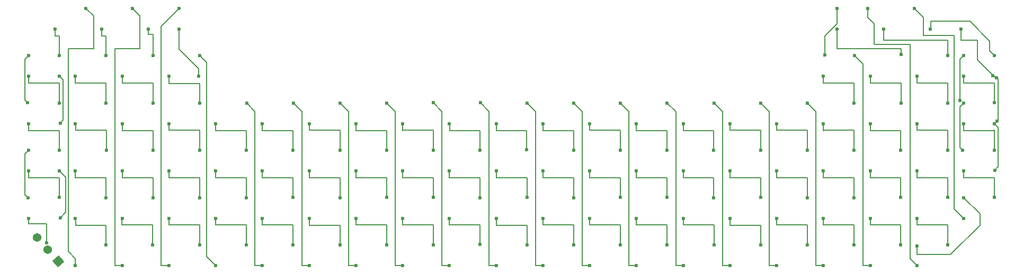
<source format=gbr>
%TF.GenerationSoftware,KiCad,Pcbnew,8.0.3*%
%TF.CreationDate,2024-06-18T13:15:14+02:00*%
%TF.ProjectId,bd1-board,6264312d-626f-4617-9264-2e6b69636164,rev?*%
%TF.SameCoordinates,Original*%
%TF.FileFunction,Copper,L2,Bot*%
%TF.FilePolarity,Positive*%
%FSLAX46Y46*%
G04 Gerber Fmt 4.6, Leading zero omitted, Abs format (unit mm)*
G04 Created by KiCad (PCBNEW 8.0.3) date 2024-06-18 13:15:14*
%MOMM*%
%LPD*%
G01*
G04 APERTURE LIST*
G04 Aperture macros list*
%AMRotRect*
0 Rectangle, with rotation*
0 The origin of the aperture is its center*
0 $1 length*
0 $2 width*
0 $3 Rotation angle, in degrees counterclockwise*
0 Add horizontal line*
21,1,$1,$2,0,0,$3*%
G04 Aperture macros list end*
%TA.AperFunction,ComponentPad*%
%ADD10RotRect,1.370000X1.370000X131.000000*%
%TD*%
%TA.AperFunction,ComponentPad*%
%ADD11C,1.370000*%
%TD*%
%TA.AperFunction,ViaPad*%
%ADD12C,0.600000*%
%TD*%
%TA.AperFunction,Conductor*%
%ADD13C,0.200000*%
%TD*%
G04 APERTURE END LIST*
D10*
%TO.P,J1,01,GND*%
%TO.N,GND*%
X-98742611Y2596039D03*
D11*
%TO.P,J1,02,DIN*%
%TO.N,DIN*%
X-100409000Y4513000D03*
%TO.P,J1,03,VDD*%
%TO.N,VDD*%
X-102075389Y6429961D03*
%TD*%
D12*
%TO.N,DIN*%
X-100564776Y5561492D03*
X-103422000Y9508000D03*
%TO.N,VDD*%
X50946000Y17203000D03*
X-98402000Y24705000D03*
X-79380000Y39802000D03*
X51287000Y25086000D03*
X50683000Y32355000D03*
X51284478Y31996911D03*
X45597000Y39802000D03*
X-98522000Y17078000D03*
X-76249000Y32258000D03*
X-98522000Y32227000D03*
X-98377000Y9581000D03*
X50898000Y24654000D03*
%TO.N,GND*%
X45998000Y35527000D03*
X25755000Y43102000D03*
X45402463Y28321885D03*
X-103422000Y20378000D03*
X38505000Y5074000D03*
X23797000Y35613000D03*
X-103535000Y12804000D03*
X45807000Y20410000D03*
X-103617000Y28027000D03*
X-103422000Y35527000D03*
X45998000Y12808000D03*
X45998000Y27954000D03*
%TO.N,Net-(D1-DOUT)*%
X-98528000Y12827000D03*
X-103422000Y17078000D03*
%TO.N,Net-(D2-DOUT)*%
X-98527000Y20406000D03*
X-103422000Y24654000D03*
%TO.N,Net-(D3-DOUT)*%
X-98522000Y27964000D03*
X-103422000Y32227000D03*
%TO.N,Net-(D4-DOUT)*%
X-99220000Y39802000D03*
X-98531000Y35532000D03*
%TO.N,Net-(D5-DOUT)*%
X-94306000Y43102000D03*
X-95951000Y1926000D03*
%TO.N,Net-(D6-DOUT)*%
X-91048000Y5249000D03*
X-95951000Y9508000D03*
%TO.N,Net-(D7-DOUT)*%
X-91069000Y12814000D03*
X-95951000Y17078000D03*
%TO.N,Net-(D8-DOUT)*%
X-95951000Y24654000D03*
X-91020000Y20386000D03*
%TO.N,Net-(D10-DIN)*%
X-91085000Y27955000D03*
X-95951000Y32227000D03*
%TO.N,Net-(D10-DOUT)*%
X-91749000Y39802000D03*
X-91045000Y35519000D03*
%TO.N,Net-(D11-DOUT)*%
X-86820000Y43092000D03*
X-88480000Y1926000D03*
%TO.N,Net-(D12-DOUT)*%
X-83590000Y5251000D03*
X-88480000Y9508000D03*
%TO.N,Net-(D13-DOUT)*%
X-83566000Y12783000D03*
X-88480000Y17078000D03*
%TO.N,Net-(D14-DOUT)*%
X-83567000Y20397000D03*
X-88480000Y24654000D03*
%TO.N,Net-(D15-DOUT)*%
X-83563000Y27951000D03*
X-88480000Y32227000D03*
%TO.N,Net-(D16-DOUT)*%
X-83580000Y35533000D03*
X-84280000Y39802000D03*
%TO.N,Net-(D17-DOUT)*%
X-81009000Y1926000D03*
X-79379000Y43090000D03*
%TO.N,Net-(D18-DOUT)*%
X-81009000Y9508000D03*
X-76128000Y5207000D03*
%TO.N,Net-(D19-DOUT)*%
X-76107000Y12809000D03*
X-81009000Y17078000D03*
%TO.N,Net-(D20-DOUT)*%
X-76116000Y20353000D03*
X-81009000Y24654000D03*
%TO.N,Net-(D21-DOUT)*%
X-76100000Y27961000D03*
X-81009000Y32227000D03*
%TO.N,Net-(D22-DOUT)*%
X-76074000Y35541000D03*
X-73538000Y1926000D03*
%TO.N,Net-(D23-DOUT)*%
X-68616000Y5222000D03*
X-73538000Y9508000D03*
%TO.N,Net-(D24-DOUT)*%
X-73538000Y17078000D03*
X-68631000Y12785000D03*
%TO.N,Net-(D25-DOUT)*%
X-68621000Y20366000D03*
X-73538000Y24654000D03*
%TO.N,Net-(D26-DOUT)*%
X-68595000Y27940000D03*
X-66067000Y1926000D03*
%TO.N,Net-(D27-DOUT)*%
X-61163000Y5197000D03*
X-66067000Y9508000D03*
%TO.N,Net-(D28-DOUT)*%
X-61163000Y12826000D03*
X-66067000Y17078000D03*
%TO.N,Net-(D29-DOUT)*%
X-66067000Y24654000D03*
X-61161000Y20365000D03*
%TO.N,Net-(D30-DOUT)*%
X-58596000Y1926000D03*
X-61119000Y27954000D03*
%TO.N,Net-(D31-DOUT)*%
X-53685000Y5230000D03*
X-58596000Y9508000D03*
%TO.N,Net-(D32-DOUT)*%
X-53690000Y12795000D03*
X-58596000Y17078000D03*
%TO.N,Net-(D33-DOUT)*%
X-53701000Y20385000D03*
X-58596000Y24654000D03*
%TO.N,Net-(D34-DOUT)*%
X-51125000Y1926000D03*
X-53680000Y27946000D03*
%TO.N,Net-(D35-DOUT)*%
X-46196000Y5232000D03*
X-51125000Y9508000D03*
%TO.N,Net-(D36-DOUT)*%
X-46224000Y12816000D03*
X-51125000Y17078000D03*
%TO.N,Net-(D37-DOUT)*%
X-51125000Y24654000D03*
X-46224000Y20357000D03*
%TO.N,Net-(D38-DOUT)*%
X-46201000Y27968000D03*
X-43654000Y1926000D03*
%TO.N,Net-(D39-DOUT)*%
X-38765000Y5226000D03*
X-43654000Y9508000D03*
%TO.N,Net-(D40-DOUT)*%
X-38748000Y12821000D03*
X-43654000Y17078000D03*
%TO.N,Net-(D41-DOUT)*%
X-43654000Y24654000D03*
X-38748000Y20359000D03*
%TO.N,Net-(D42-DOUT)*%
X-36183000Y1926000D03*
X-38744000Y27975000D03*
%TO.N,Net-(D43-DOUT)*%
X-31280000Y5336000D03*
X-36183000Y9508000D03*
%TO.N,Net-(D44-DOUT)*%
X-36183000Y17078000D03*
X-31280000Y12797000D03*
%TO.N,Net-(D45-DOUT)*%
X-31286000Y20356000D03*
X-36183000Y24654000D03*
%TO.N,Net-(D46-DOUT)*%
X-31260000Y27981000D03*
X-28712000Y1926000D03*
%TO.N,Net-(D47-DOUT)*%
X-28712000Y9508000D03*
X-23783000Y5235000D03*
%TO.N,Net-(D48-DOUT)*%
X-28712000Y17078000D03*
X-23802000Y12871000D03*
%TO.N,Net-(D49-DOUT)*%
X-28712000Y24654000D03*
X-23823000Y20435000D03*
%TO.N,Net-(D50-DOUT)*%
X-21241000Y1926000D03*
X-23808000Y27963000D03*
%TO.N,Net-(D51-DOUT)*%
X-21241000Y9508000D03*
X-16345000Y5220000D03*
%TO.N,Net-(D52-DOUT)*%
X-16345000Y12811000D03*
X-21241000Y17078000D03*
%TO.N,Net-(D53-DOUT)*%
X-21241000Y24654000D03*
X-16335000Y20398000D03*
%TO.N,Net-(D54-DOUT)*%
X-13770000Y1926000D03*
X-16332000Y27960000D03*
%TO.N,Net-(D55-DOUT)*%
X-8863000Y5237000D03*
X-13770000Y9508000D03*
%TO.N,Net-(D56-DOUT)*%
X-13770000Y17078000D03*
X-8872000Y12831000D03*
%TO.N,Net-(D57-DOUT)*%
X-8866000Y20377000D03*
X-13770000Y24654000D03*
%TO.N,Net-(D58-DOUT)*%
X-6299000Y1926000D03*
X-8860000Y27943000D03*
%TO.N,Net-(D59-DOUT)*%
X-1387000Y5245000D03*
X-6299000Y9508000D03*
%TO.N,Net-(D60-DOUT)*%
X-1393000Y12829000D03*
X-6299000Y17078000D03*
%TO.N,Net-(D61-DOUT)*%
X-6299000Y24654000D03*
X-1400000Y20394000D03*
%TO.N,Net-(D62-DOUT)*%
X1172000Y1926000D03*
X-1390000Y27948000D03*
%TO.N,Net-(D63-DOUT)*%
X6077000Y5248000D03*
X1172000Y9508000D03*
%TO.N,Net-(D64-DOUT)*%
X6071000Y12801000D03*
X1172000Y17078000D03*
%TO.N,Net-(D65-DOUT)*%
X1172000Y24654000D03*
X6071000Y20401000D03*
%TO.N,Net-(D66-DOUT)*%
X8643000Y1926000D03*
X6082000Y27954000D03*
%TO.N,Net-(D67-DOUT)*%
X13544000Y5240000D03*
X8643000Y9508000D03*
%TO.N,Net-(D68-DOUT)*%
X8643000Y17078000D03*
X13549000Y12816000D03*
%TO.N,Net-(D69-DOUT)*%
X8643000Y24654000D03*
X13529000Y20381000D03*
%TO.N,Net-(D70-DOUT)*%
X16114000Y1926000D03*
X13538000Y27953000D03*
%TO.N,Net-(D71-DOUT)*%
X21018000Y5240000D03*
X16114000Y9508000D03*
%TO.N,Net-(D72-DOUT)*%
X21018000Y12799000D03*
X16114000Y17078000D03*
%TO.N,Net-(D73-DOUT)*%
X21005000Y20383000D03*
X16114000Y24654000D03*
%TO.N,Net-(D74-DOUT)*%
X21010000Y27959000D03*
X23585000Y1926000D03*
%TO.N,Net-(D75-DOUT)*%
X28494000Y5228000D03*
X23585000Y9508000D03*
%TO.N,Net-(D76-DOUT)*%
X28494000Y12793000D03*
X23585000Y17078000D03*
%TO.N,Net-(D77-DOUT)*%
X28469000Y20384000D03*
X23585000Y24654000D03*
%TO.N,Net-(D78-DOUT)*%
X23585000Y32227000D03*
X28496000Y27937000D03*
%TO.N,Net-(D79-DOUT)*%
X28514000Y35517000D03*
X31056000Y1926000D03*
%TO.N,Net-(D80-DOUT)*%
X35951000Y5225000D03*
X31056000Y9508000D03*
%TO.N,Net-(D81-DOUT)*%
X35957000Y12841000D03*
X31056000Y17078000D03*
%TO.N,Net-(D82-DOUT)*%
X35951000Y20361000D03*
X31056000Y24654000D03*
%TO.N,Net-(D83-DOUT)*%
X35964000Y27946000D03*
X31056000Y32227000D03*
%TO.N,Net-(D84-DOUT)*%
X25755000Y39802000D03*
X35985000Y35686000D03*
%TO.N,Net-(D85-DOUT)*%
X38527000Y1926000D03*
X30687000Y43119000D03*
%TO.N,Net-(D86-DOUT)*%
X43420000Y5223000D03*
X38527000Y9508000D03*
%TO.N,Net-(D87-DOUT)*%
X38527000Y17078000D03*
X43420000Y12832000D03*
%TO.N,Net-(D88-DOUT)*%
X38527000Y24654000D03*
X43433000Y20385000D03*
%TO.N,Net-(D89-DOUT)*%
X38527000Y32227000D03*
X43420000Y27956000D03*
%TO.N,Net-(D90-DOUT)*%
X43434000Y35567000D03*
X33226000Y39802000D03*
%TO.N,Net-(D91-DOUT)*%
X45998000Y9508000D03*
X38143000Y43107000D03*
%TO.N,Net-(D92-DOUT)*%
X50903000Y12818000D03*
X45998000Y17078000D03*
%TO.N,Net-(D93-DOUT)*%
X45998000Y24654000D03*
X50899000Y20399000D03*
%TO.N,Net-(D94-DOUT)*%
X45998000Y32227000D03*
X50903000Y27986000D03*
%TO.N,Net-(D95-DOUT)*%
X40697000Y39802000D03*
X50937000Y35545000D03*
%TD*%
D13*
%TO.N,DIN*%
X-103396000Y8635000D02*
X-103422000Y8661000D01*
X-100564776Y8628776D02*
X-100571000Y8635000D01*
X-100564776Y5561492D02*
X-100564776Y8628776D01*
X-100571000Y8635000D02*
X-103396000Y8635000D01*
X-103422000Y8661000D02*
X-103422000Y9508000D01*
%TO.N,VDD*%
X-98402000Y24705000D02*
X-97922000Y25185000D01*
X50946000Y17203000D02*
X51499000Y17756000D01*
X51499000Y24053000D02*
X50898000Y24654000D01*
X51284478Y31996911D02*
X51503000Y31778389D01*
X51503000Y31778389D02*
X51503000Y25302000D01*
X-97922000Y31627000D02*
X-98522000Y32227000D01*
X51041089Y31996911D02*
X48152000Y34886000D01*
X45584000Y38034000D02*
X45584000Y39789000D01*
X-79397000Y36594000D02*
X-79397000Y36713000D01*
X45584000Y39789000D02*
X45597000Y39802000D01*
X-79397000Y36713000D02*
X-79380000Y36730000D01*
X48152000Y34886000D02*
X48152000Y38034000D01*
X-97922000Y25185000D02*
X-97922000Y31627000D01*
X-76249000Y33446000D02*
X-79397000Y36594000D01*
X48152000Y38034000D02*
X45584000Y38034000D01*
X-79380000Y36730000D02*
X-79380000Y39802000D01*
X-98377000Y9581000D02*
X-97498000Y10460000D01*
X-76249000Y32258000D02*
X-76249000Y33446000D01*
X51284478Y31996911D02*
X51041089Y31996911D01*
X51499000Y17756000D02*
X51499000Y24053000D01*
X51503000Y25302000D02*
X51287000Y25086000D01*
X-97498000Y16054000D02*
X-98522000Y17078000D01*
X-97498000Y10460000D02*
X-97498000Y16054000D01*
%TO.N,GND*%
X45398000Y27354000D02*
X45998000Y27954000D01*
X-103535000Y12804000D02*
X-104022000Y13291000D01*
X43872000Y3672000D02*
X48604000Y8404000D01*
X45398000Y20819000D02*
X45398000Y27354000D01*
X45398000Y28326348D02*
X45398000Y34927000D01*
X25755000Y40650529D02*
X25755000Y43102000D01*
X45807000Y20410000D02*
X45398000Y20819000D01*
X-104022000Y13291000D02*
X-104022000Y19778000D01*
X-103617000Y28027000D02*
X-104022000Y28432000D01*
X48604000Y8404000D02*
X48604000Y10202000D01*
X45398000Y34927000D02*
X45998000Y35527000D01*
X38505000Y5074000D02*
X38505000Y3676000D01*
X38505000Y3676000D02*
X38509000Y3672000D01*
X45402463Y28321885D02*
X45398000Y28326348D01*
X23797000Y38692529D02*
X25755000Y40650529D01*
X-104022000Y28432000D02*
X-104022000Y34927000D01*
X23797000Y35613000D02*
X23797000Y38692529D01*
X38509000Y3672000D02*
X43872000Y3672000D01*
X-104022000Y19778000D02*
X-103422000Y20378000D01*
X48604000Y10202000D02*
X45998000Y12808000D01*
X-104022000Y34927000D02*
X-103422000Y35527000D01*
%TO.N,Net-(D1-DOUT)*%
X-103412000Y15966000D02*
X-103412000Y17068000D01*
X-98531000Y15971000D02*
X-103407000Y15971000D01*
X-103407000Y15971000D02*
X-103412000Y15966000D01*
X-103412000Y17068000D02*
X-103422000Y17078000D01*
X-98528000Y15968000D02*
X-98531000Y15971000D01*
X-98528000Y12827000D02*
X-98528000Y15968000D01*
%TO.N,Net-(D2-DOUT)*%
X-103417000Y23558000D02*
X-103422000Y23563000D01*
X-103422000Y23563000D02*
X-103422000Y24654000D01*
X-98529000Y23558000D02*
X-103417000Y23558000D01*
X-98527000Y23556000D02*
X-98529000Y23558000D01*
X-98527000Y20406000D02*
X-98527000Y23556000D01*
%TO.N,Net-(D3-DOUT)*%
X-98522000Y31103000D02*
X-103419000Y31103000D01*
X-103419000Y31103000D02*
X-103422000Y31106000D01*
X-103422000Y31106000D02*
X-103422000Y32227000D01*
X-98522000Y27964000D02*
X-98522000Y31103000D01*
%TO.N,Net-(D4-DOUT)*%
X-98531000Y38658000D02*
X-99216000Y38658000D01*
X-99220000Y38662000D02*
X-99220000Y39802000D01*
X-98531000Y35532000D02*
X-98531000Y38658000D01*
X-99216000Y38658000D02*
X-99220000Y38662000D01*
%TO.N,Net-(D5-DOUT)*%
X-95951000Y3059000D02*
X-95951000Y1926000D01*
X-97098000Y36658000D02*
X-97098000Y4206000D01*
X-93065000Y41861000D02*
X-93065000Y36670000D01*
X-93065000Y36670000D02*
X-97086000Y36670000D01*
X-94306000Y43102000D02*
X-93065000Y41861000D01*
X-97086000Y36670000D02*
X-97098000Y36658000D01*
X-97098000Y4206000D02*
X-95951000Y3059000D01*
%TO.N,Net-(D6-DOUT)*%
X-95950000Y9507000D02*
X-95951000Y9508000D01*
X-95950000Y8375000D02*
X-95950000Y9507000D01*
X-91048000Y5249000D02*
X-91048000Y8389000D01*
X-95933000Y8392000D02*
X-95950000Y8375000D01*
X-91045000Y8392000D02*
X-95933000Y8392000D01*
X-91048000Y8389000D02*
X-91045000Y8392000D01*
%TO.N,Net-(D7-DOUT)*%
X-95951000Y15977000D02*
X-95951000Y17078000D01*
X-91069000Y15985000D02*
X-95941000Y15985000D01*
X-95950000Y15976000D02*
X-95951000Y15977000D01*
X-91069000Y12814000D02*
X-91069000Y15985000D01*
X-95941000Y15985000D02*
X-95950000Y15976000D01*
%TO.N,Net-(D8-DOUT)*%
X-91020000Y20386000D02*
X-91020000Y20804000D01*
X-95939000Y23576000D02*
X-95945000Y23570000D01*
X-91035000Y23576000D02*
X-95939000Y23576000D01*
X-91020000Y20804000D02*
X-91035000Y20819000D01*
X-95945000Y23570000D02*
X-95945000Y24648000D01*
X-95945000Y24648000D02*
X-95951000Y24654000D01*
X-91035000Y20819000D02*
X-91035000Y23576000D01*
%TO.N,Net-(D10-DIN)*%
X-95950000Y31128000D02*
X-95951000Y31129000D01*
X-91067000Y31128000D02*
X-95950000Y31128000D01*
X-95951000Y31129000D02*
X-95951000Y32227000D01*
X-91085000Y27955000D02*
X-91067000Y27973000D01*
X-91067000Y27973000D02*
X-91067000Y31128000D01*
%TO.N,Net-(D10-DOUT)*%
X-91748000Y38667000D02*
X-91748000Y39801000D01*
X-91045000Y35519000D02*
X-91045000Y38668000D01*
X-91045000Y38668000D02*
X-91747000Y38668000D01*
X-91747000Y38668000D02*
X-91748000Y38667000D01*
X-91748000Y39801000D02*
X-91749000Y39802000D01*
%TO.N,Net-(D11-DOUT)*%
X-85641000Y41913000D02*
X-85641000Y36660000D01*
X-89650000Y1926000D02*
X-88480000Y1926000D01*
X-89654000Y1930000D02*
X-89650000Y1926000D01*
X-85641000Y36660000D02*
X-89651000Y36660000D01*
X-89654000Y36657000D02*
X-89654000Y1930000D01*
X-89651000Y36660000D02*
X-89654000Y36657000D01*
X-86820000Y43092000D02*
X-85641000Y41913000D01*
%TO.N,Net-(D12-DOUT)*%
X-88510000Y8440000D02*
X-88510000Y9478000D01*
X-83590000Y5251000D02*
X-83590000Y8432000D01*
X-88510000Y9478000D02*
X-88480000Y9508000D01*
X-88506000Y8436000D02*
X-88510000Y8440000D01*
X-83594000Y8436000D02*
X-88506000Y8436000D01*
X-83590000Y8432000D02*
X-83594000Y8436000D01*
%TO.N,Net-(D13-DOUT)*%
X-88477000Y15992000D02*
X-88477000Y17075000D01*
X-83566000Y15992000D02*
X-88477000Y15992000D01*
X-83566000Y12783000D02*
X-83566000Y15992000D01*
X-88477000Y17075000D02*
X-88480000Y17078000D01*
%TO.N,Net-(D14-DOUT)*%
X-88487000Y24647000D02*
X-88480000Y24654000D01*
X-88487000Y23562000D02*
X-88487000Y24647000D01*
X-83567000Y23562000D02*
X-88487000Y23562000D01*
X-83567000Y20397000D02*
X-83567000Y23562000D01*
%TO.N,Net-(D15-DOUT)*%
X-83563000Y27951000D02*
X-83563000Y31132000D01*
X-88473000Y32220000D02*
X-88480000Y32227000D01*
X-83563000Y31132000D02*
X-88454000Y31132000D01*
X-88473000Y31151000D02*
X-88473000Y32220000D01*
X-88454000Y31132000D02*
X-88473000Y31151000D01*
%TO.N,Net-(D16-DOUT)*%
X-84280000Y38902000D02*
X-84280000Y39802000D01*
X-83579000Y38902000D02*
X-84280000Y38902000D01*
X-83580000Y38901000D02*
X-83579000Y38902000D01*
X-83580000Y35533000D02*
X-83580000Y38901000D01*
%TO.N,Net-(D17-DOUT)*%
X-82259000Y1928000D02*
X-81011000Y1928000D01*
X-81011000Y1928000D02*
X-81009000Y1926000D01*
X-79379000Y43090000D02*
X-82259000Y40210000D01*
X-82259000Y40210000D02*
X-82259000Y1928000D01*
%TO.N,Net-(D18-DOUT)*%
X-81015000Y8435000D02*
X-81015000Y9502000D01*
X-76128000Y5207000D02*
X-76128000Y8425000D01*
X-81015000Y9502000D02*
X-81009000Y9508000D01*
X-76138000Y8435000D02*
X-81015000Y8435000D01*
X-76128000Y8425000D02*
X-76138000Y8435000D01*
%TO.N,Net-(D19-DOUT)*%
X-76101000Y15987000D02*
X-81007000Y15987000D01*
X-76107000Y12809000D02*
X-76107000Y15981000D01*
X-76107000Y15981000D02*
X-76101000Y15987000D01*
X-81007000Y15987000D02*
X-81009000Y15985000D01*
X-81009000Y15985000D02*
X-81009000Y17078000D01*
%TO.N,Net-(D20-DOUT)*%
X-80997000Y23572000D02*
X-80997000Y24642000D01*
X-76116000Y20353000D02*
X-76116000Y23563000D01*
X-80997000Y24642000D02*
X-81009000Y24654000D01*
X-76125000Y23572000D02*
X-80997000Y23572000D01*
X-76116000Y23563000D02*
X-76125000Y23572000D01*
%TO.N,Net-(D21-DOUT)*%
X-76100000Y27961000D02*
X-76100000Y31082000D01*
X-81009000Y31081000D02*
X-81009000Y32227000D01*
X-76100000Y31082000D02*
X-76098000Y31084000D01*
X-76098000Y31084000D02*
X-81006000Y31084000D01*
X-81006000Y31084000D02*
X-81009000Y31081000D01*
%TO.N,Net-(D22-DOUT)*%
X-74997000Y3385000D02*
X-73538000Y1926000D01*
X-76074000Y35541000D02*
X-74996000Y34463000D01*
X-74996000Y34463000D02*
X-74996000Y33346000D01*
X-74997000Y33345000D02*
X-74997000Y3385000D01*
X-74996000Y33346000D02*
X-74997000Y33345000D01*
%TO.N,Net-(D23-DOUT)*%
X-73517000Y8431000D02*
X-73526000Y8422000D01*
X-68616000Y8412000D02*
X-68635000Y8431000D01*
X-73538000Y8434000D02*
X-73538000Y9508000D01*
X-68616000Y5222000D02*
X-68616000Y8412000D01*
X-68635000Y8431000D02*
X-73517000Y8431000D01*
X-73526000Y8422000D02*
X-73538000Y8434000D01*
%TO.N,Net-(D24-DOUT)*%
X-73541000Y17075000D02*
X-73538000Y17078000D01*
X-68631000Y15975000D02*
X-68640000Y15984000D01*
X-73531000Y15984000D02*
X-73541000Y15994000D01*
X-68640000Y15984000D02*
X-73531000Y15984000D01*
X-73541000Y15994000D02*
X-73541000Y17075000D01*
X-68631000Y12785000D02*
X-68631000Y15975000D01*
%TO.N,Net-(D25-DOUT)*%
X-68621000Y20818000D02*
X-68631000Y20828000D01*
X-73522000Y23566000D02*
X-73541000Y23585000D01*
X-68621000Y20366000D02*
X-68621000Y20818000D01*
X-73541000Y23585000D02*
X-73538000Y23588000D01*
X-73538000Y23588000D02*
X-73538000Y24654000D01*
X-68631000Y23566000D02*
X-73522000Y23566000D01*
X-68631000Y20828000D02*
X-68631000Y23566000D01*
%TO.N,Net-(D26-DOUT)*%
X-67253000Y26598000D02*
X-67253000Y1926000D01*
X-67253000Y1926000D02*
X-66067000Y1926000D01*
X-68595000Y27940000D02*
X-67253000Y26598000D01*
%TO.N,Net-(D27-DOUT)*%
X-61163000Y8439000D02*
X-66058000Y8439000D01*
X-66070000Y9505000D02*
X-66067000Y9508000D01*
X-66058000Y8439000D02*
X-66070000Y8451000D01*
X-66070000Y8451000D02*
X-66070000Y9505000D01*
X-61163000Y5197000D02*
X-61163000Y8439000D01*
%TO.N,Net-(D28-DOUT)*%
X-66070000Y16004000D02*
X-66070000Y17075000D01*
X-66070000Y17075000D02*
X-66067000Y17078000D01*
X-61163000Y15991000D02*
X-66057000Y15991000D01*
X-66057000Y15991000D02*
X-66070000Y16004000D01*
X-61163000Y12826000D02*
X-61163000Y15991000D01*
%TO.N,Net-(D29-DOUT)*%
X-66054000Y23542000D02*
X-66067000Y23555000D01*
X-61161000Y20365000D02*
X-61161000Y23542000D01*
X-61161000Y23542000D02*
X-66054000Y23542000D01*
X-66067000Y23555000D02*
X-66067000Y24654000D01*
%TO.N,Net-(D30-DOUT)*%
X-59762000Y26597000D02*
X-59762000Y1929000D01*
X-61119000Y27954000D02*
X-59762000Y26597000D01*
X-59762000Y1929000D02*
X-58599000Y1929000D01*
X-58599000Y1929000D02*
X-58596000Y1926000D01*
%TO.N,Net-(D31-DOUT)*%
X-58592000Y8407000D02*
X-58598000Y8401000D01*
X-58598000Y9506000D02*
X-58596000Y9508000D01*
X-53685000Y5230000D02*
X-53685000Y8400000D01*
X-53685000Y8400000D02*
X-53678000Y8407000D01*
X-53678000Y8407000D02*
X-58592000Y8407000D01*
X-58598000Y8401000D02*
X-58598000Y9506000D01*
%TO.N,Net-(D32-DOUT)*%
X-53690000Y12795000D02*
X-53690000Y15998000D01*
X-58577000Y15998000D02*
X-58590000Y16011000D01*
X-58590000Y17072000D02*
X-58596000Y17078000D01*
X-53690000Y15998000D02*
X-58577000Y15998000D01*
X-58590000Y16011000D02*
X-58590000Y17072000D01*
%TO.N,Net-(D33-DOUT)*%
X-53701000Y20385000D02*
X-53701000Y23563000D01*
X-58588000Y23569000D02*
X-58601000Y23582000D01*
X-53701000Y23563000D02*
X-53707000Y23569000D01*
X-53707000Y23569000D02*
X-58588000Y23569000D01*
X-58601000Y24649000D02*
X-58596000Y24654000D01*
X-58601000Y23582000D02*
X-58601000Y24649000D01*
%TO.N,Net-(D34-DOUT)*%
X-53680000Y27946000D02*
X-52344000Y26610000D01*
X-52344000Y26610000D02*
X-52344000Y1926000D01*
X-52344000Y1926000D02*
X-51125000Y1926000D01*
%TO.N,Net-(D35-DOUT)*%
X-46196000Y8422000D02*
X-46203000Y8429000D01*
X-46196000Y5232000D02*
X-46196000Y8422000D01*
X-51129000Y8429000D02*
X-51129000Y9504000D01*
X-46203000Y8429000D02*
X-51129000Y8429000D01*
X-51129000Y9504000D02*
X-51125000Y9508000D01*
%TO.N,Net-(D36-DOUT)*%
X-46224000Y12816000D02*
X-46224000Y16000000D01*
X-51105000Y16000000D02*
X-51118000Y16013000D01*
X-51118000Y16013000D02*
X-51118000Y17071000D01*
X-51118000Y17071000D02*
X-51125000Y17078000D01*
X-46224000Y16000000D02*
X-51105000Y16000000D01*
%TO.N,Net-(D37-DOUT)*%
X-46224000Y23567000D02*
X-51105000Y23567000D01*
X-51118000Y23580000D02*
X-51118000Y24647000D01*
X-51105000Y23567000D02*
X-51118000Y23580000D01*
X-51118000Y24647000D02*
X-51125000Y24654000D01*
X-46224000Y20357000D02*
X-46224000Y23567000D01*
%TO.N,Net-(D38-DOUT)*%
X-44824000Y26591000D02*
X-44824000Y1927000D01*
X-46201000Y27968000D02*
X-44824000Y26591000D01*
X-44824000Y1927000D02*
X-43655000Y1927000D01*
X-43655000Y1927000D02*
X-43654000Y1926000D01*
%TO.N,Net-(D39-DOUT)*%
X-38771000Y8422000D02*
X-38925000Y8422000D01*
X-43640000Y8423000D02*
X-43640000Y9494000D01*
X-38926000Y8423000D02*
X-43640000Y8423000D01*
X-38765000Y8416000D02*
X-38771000Y8422000D01*
X-38925000Y8422000D02*
X-38926000Y8423000D01*
X-38765000Y5226000D02*
X-38765000Y8416000D01*
X-43640000Y9494000D02*
X-43654000Y9508000D01*
%TO.N,Net-(D40-DOUT)*%
X-38749000Y15981000D02*
X-43646000Y15981000D01*
X-38748000Y15974000D02*
X-38745000Y15977000D01*
X-43646000Y15981000D02*
X-43646000Y17070000D01*
X-43646000Y17070000D02*
X-43654000Y17078000D01*
X-38748000Y12821000D02*
X-38748000Y15974000D01*
X-38745000Y15977000D02*
X-38749000Y15981000D01*
%TO.N,Net-(D41-DOUT)*%
X-38748000Y23570000D02*
X-38747000Y23571000D01*
X-43642000Y23571000D02*
X-43646000Y23567000D01*
X-38748000Y20359000D02*
X-38748000Y23570000D01*
X-38747000Y23571000D02*
X-43642000Y23571000D01*
X-43646000Y24646000D02*
X-43654000Y24654000D01*
X-43646000Y23567000D02*
X-43646000Y24646000D01*
%TO.N,Net-(D42-DOUT)*%
X-38744000Y27975000D02*
X-37362000Y26593000D01*
X-37362000Y1931000D02*
X-36188000Y1931000D01*
X-37362000Y26593000D02*
X-37362000Y1931000D01*
X-36188000Y1931000D02*
X-36183000Y1926000D01*
%TO.N,Net-(D43-DOUT)*%
X-36186000Y9505000D02*
X-36183000Y9508000D01*
X-31280000Y8430000D02*
X-36186000Y8430000D01*
X-36186000Y8430000D02*
X-36186000Y9505000D01*
X-31280000Y5336000D02*
X-31280000Y8430000D01*
%TO.N,Net-(D44-DOUT)*%
X-31280000Y16000000D02*
X-31274000Y16006000D01*
X-31274000Y16006000D02*
X-36174000Y16006000D01*
X-36187000Y17074000D02*
X-36183000Y17078000D01*
X-31280000Y12797000D02*
X-31280000Y16000000D01*
X-36174000Y16006000D02*
X-36187000Y16019000D01*
X-36187000Y16019000D02*
X-36187000Y17074000D01*
%TO.N,Net-(D45-DOUT)*%
X-36174000Y24645000D02*
X-36183000Y24654000D01*
X-36174000Y23565000D02*
X-36174000Y24645000D01*
X-31286000Y23565000D02*
X-36174000Y23565000D01*
X-31286000Y20356000D02*
X-31286000Y23565000D01*
%TO.N,Net-(D46-DOUT)*%
X-29892000Y1926000D02*
X-28712000Y1926000D01*
X-29892000Y26613000D02*
X-29892000Y1926000D01*
X-31260000Y27981000D02*
X-29892000Y26613000D01*
%TO.N,Net-(D47-DOUT)*%
X-28714000Y8381000D02*
X-28714000Y9506000D01*
X-23784000Y8381000D02*
X-28714000Y8381000D01*
X-28714000Y9506000D02*
X-28712000Y9508000D01*
X-23783000Y5235000D02*
X-23783000Y8382000D01*
X-23783000Y8382000D02*
X-23784000Y8381000D01*
%TO.N,Net-(D48-DOUT)*%
X-28710000Y15961000D02*
X-28710000Y17076000D01*
X-23802000Y15963000D02*
X-28708000Y15963000D01*
X-28710000Y17076000D02*
X-28712000Y17078000D01*
X-28708000Y15963000D02*
X-28710000Y15961000D01*
X-23802000Y12871000D02*
X-23802000Y15963000D01*
%TO.N,Net-(D49-DOUT)*%
X-23823000Y23549000D02*
X-23822000Y23550000D01*
X-28714000Y23546000D02*
X-28714000Y24652000D01*
X-23823000Y20435000D02*
X-23823000Y23549000D01*
X-28714000Y24652000D02*
X-28712000Y24654000D01*
X-23822000Y23550000D02*
X-28710000Y23550000D01*
X-28710000Y23550000D02*
X-28714000Y23546000D01*
%TO.N,Net-(D50-DOUT)*%
X-23808000Y27963000D02*
X-22411000Y26566000D01*
X-21246000Y1921000D02*
X-21241000Y1926000D01*
X-22411000Y1921000D02*
X-21246000Y1921000D01*
X-22411000Y26566000D02*
X-22411000Y1921000D01*
%TO.N,Net-(D51-DOUT)*%
X-21233000Y8423000D02*
X-21233000Y9500000D01*
X-16345000Y8423000D02*
X-21233000Y8423000D01*
X-16345000Y5220000D02*
X-16345000Y8423000D01*
X-21233000Y9500000D02*
X-21241000Y9508000D01*
%TO.N,Net-(D52-DOUT)*%
X-16345000Y15982000D02*
X-21239000Y15982000D01*
X-21239000Y17076000D02*
X-21241000Y17078000D01*
X-16345000Y12811000D02*
X-16345000Y15982000D01*
X-21239000Y15982000D02*
X-21239000Y17076000D01*
%TO.N,Net-(D53-DOUT)*%
X-21248000Y24647000D02*
X-21241000Y24654000D01*
X-16335000Y20398000D02*
X-16335000Y23562000D01*
X-21248000Y23569000D02*
X-21248000Y24647000D01*
X-21241000Y23562000D02*
X-21248000Y23569000D01*
X-16335000Y23562000D02*
X-21241000Y23562000D01*
%TO.N,Net-(D54-DOUT)*%
X-16332000Y27960000D02*
X-14939000Y26567000D01*
X-14939000Y1925000D02*
X-13771000Y1925000D01*
X-13771000Y1925000D02*
X-13770000Y1926000D01*
X-14939000Y26567000D02*
X-14939000Y1925000D01*
%TO.N,Net-(D55-DOUT)*%
X-8863000Y5237000D02*
X-8863000Y8414000D01*
X-13769000Y8420000D02*
X-13776000Y8427000D01*
X-8863000Y8414000D02*
X-8869000Y8420000D01*
X-13776000Y9502000D02*
X-13770000Y9508000D01*
X-13776000Y8427000D02*
X-13776000Y9502000D01*
X-8869000Y8420000D02*
X-13769000Y8420000D01*
%TO.N,Net-(D56-DOUT)*%
X-13760000Y15989000D02*
X-13760000Y17068000D01*
X-8872000Y15970000D02*
X-8879000Y15977000D01*
X-8879000Y15977000D02*
X-13748000Y15977000D01*
X-8872000Y12831000D02*
X-8872000Y15970000D01*
X-13748000Y15977000D02*
X-13760000Y15989000D01*
X-13760000Y17068000D02*
X-13770000Y17078000D01*
%TO.N,Net-(D57-DOUT)*%
X-13772000Y24652000D02*
X-13770000Y24654000D01*
X-8866000Y20377000D02*
X-8866000Y23574000D01*
X-13772000Y23580000D02*
X-13772000Y24652000D01*
X-8866000Y23574000D02*
X-13766000Y23574000D01*
X-13766000Y23574000D02*
X-13772000Y23580000D01*
%TO.N,Net-(D58-DOUT)*%
X-6304000Y1921000D02*
X-6299000Y1926000D01*
X-8860000Y27943000D02*
X-7489000Y26572000D01*
X-7489000Y26572000D02*
X-7489000Y1921000D01*
X-7489000Y1921000D02*
X-6304000Y1921000D01*
%TO.N,Net-(D59-DOUT)*%
X-6306000Y9501000D02*
X-6299000Y9508000D01*
X-1393000Y8422000D02*
X-6306000Y8422000D01*
X-1387000Y5245000D02*
X-1387000Y8416000D01*
X-6306000Y8422000D02*
X-6306000Y9501000D01*
X-1387000Y8416000D02*
X-1393000Y8422000D01*
%TO.N,Net-(D60-DOUT)*%
X-1393000Y15994000D02*
X-6294000Y15994000D01*
X-6300000Y17077000D02*
X-6299000Y17078000D01*
X-1393000Y12829000D02*
X-1393000Y15994000D01*
X-6294000Y15994000D02*
X-6300000Y16000000D01*
X-6300000Y16000000D02*
X-6300000Y17077000D01*
%TO.N,Net-(D61-DOUT)*%
X-6288000Y23559000D02*
X-6294000Y23565000D01*
X-6294000Y23565000D02*
X-6294000Y24649000D01*
X-1400000Y20394000D02*
X-1400000Y23559000D01*
X-1400000Y23559000D02*
X-6288000Y23559000D01*
X-6294000Y24649000D02*
X-6299000Y24654000D01*
%TO.N,Net-(D62-DOUT)*%
X1167000Y1931000D02*
X1172000Y1926000D01*
X1000Y1931000D02*
X1167000Y1931000D01*
X-1390000Y27948000D02*
X1000Y26557000D01*
X1000Y26557000D02*
X1000Y1931000D01*
%TO.N,Net-(D63-DOUT)*%
X6077000Y8419000D02*
X1183000Y8419000D01*
X6077000Y5248000D02*
X6077000Y8419000D01*
X1183000Y8419000D02*
X1172000Y8430000D01*
X1172000Y8430000D02*
X1172000Y9508000D01*
%TO.N,Net-(D64-DOUT)*%
X6071000Y15990000D02*
X6064000Y15997000D01*
X1170000Y17076000D02*
X1172000Y17078000D01*
X1189000Y15997000D02*
X1170000Y16016000D01*
X6064000Y15997000D02*
X1189000Y15997000D01*
X1170000Y16016000D02*
X1170000Y17076000D01*
X6071000Y12801000D02*
X6071000Y15990000D01*
%TO.N,Net-(D65-DOUT)*%
X6071000Y20401000D02*
X6071000Y23565000D01*
X1171000Y23584000D02*
X1171000Y24653000D01*
X1190000Y23565000D02*
X1171000Y23584000D01*
X1171000Y24653000D02*
X1172000Y24654000D01*
X6071000Y23565000D02*
X1190000Y23565000D01*
%TO.N,Net-(D66-DOUT)*%
X7460000Y1919000D02*
X8636000Y1919000D01*
X8636000Y1919000D02*
X8643000Y1926000D01*
X6082000Y27954000D02*
X7460000Y26576000D01*
X7460000Y26576000D02*
X7460000Y1919000D01*
%TO.N,Net-(D67-DOUT)*%
X8637000Y9502000D02*
X8643000Y9508000D01*
X13537000Y8411000D02*
X8637000Y8411000D01*
X13544000Y5240000D02*
X13544000Y8404000D01*
X8637000Y8411000D02*
X8637000Y9502000D01*
X13544000Y8404000D02*
X13537000Y8411000D01*
%TO.N,Net-(D68-DOUT)*%
X13549000Y12816000D02*
X13549000Y13219000D01*
X8636000Y16019000D02*
X8636000Y17071000D01*
X13542000Y16019000D02*
X8636000Y16019000D01*
X8636000Y17071000D02*
X8643000Y17078000D01*
X13549000Y13219000D02*
X13542000Y13226000D01*
X13542000Y13226000D02*
X13542000Y16019000D01*
%TO.N,Net-(D69-DOUT)*%
X13529000Y23578000D02*
X13523000Y23584000D01*
X8636000Y23590000D02*
X8636000Y24647000D01*
X8642000Y23584000D02*
X8636000Y23590000D01*
X13523000Y23584000D02*
X8642000Y23584000D01*
X8636000Y24647000D02*
X8643000Y24654000D01*
X13529000Y20381000D02*
X13529000Y23578000D01*
%TO.N,Net-(D70-DOUT)*%
X14914000Y1928000D02*
X16112000Y1928000D01*
X16112000Y1928000D02*
X16114000Y1926000D01*
X13538000Y27953000D02*
X14914000Y26577000D01*
X14914000Y26577000D02*
X14914000Y1928000D01*
%TO.N,Net-(D71-DOUT)*%
X16137000Y9485000D02*
X16114000Y9508000D01*
X21012000Y8417000D02*
X16150000Y8417000D01*
X21018000Y5240000D02*
X21018000Y8411000D01*
X16137000Y8430000D02*
X16137000Y9485000D01*
X21018000Y8411000D02*
X21012000Y8417000D01*
X16150000Y8417000D02*
X16137000Y8430000D01*
%TO.N,Net-(D72-DOUT)*%
X16118000Y17074000D02*
X16114000Y17078000D01*
X16118000Y15995000D02*
X16118000Y17074000D01*
X21012000Y16002000D02*
X20864000Y16002000D01*
X21018000Y12799000D02*
X21018000Y15996000D01*
X20857000Y15995000D02*
X16118000Y15995000D01*
X21018000Y15996000D02*
X21012000Y16002000D01*
X20864000Y16002000D02*
X20857000Y15995000D01*
%TO.N,Net-(D73-DOUT)*%
X16105000Y24645000D02*
X16114000Y24654000D01*
X21005000Y23573000D02*
X16105000Y23573000D01*
X21005000Y20383000D02*
X21005000Y23573000D01*
X16105000Y23573000D02*
X16105000Y24645000D01*
%TO.N,Net-(D74-DOUT)*%
X21010000Y27959000D02*
X22397000Y26572000D01*
X22397000Y26572000D02*
X22397000Y1926000D01*
X22397000Y1926000D02*
X23585000Y1926000D01*
%TO.N,Net-(D75-DOUT)*%
X23581000Y9504000D02*
X23585000Y9508000D01*
X28494000Y8412000D02*
X28488000Y8418000D01*
X28488000Y8418000D02*
X23588000Y8418000D01*
X28494000Y5228000D02*
X28494000Y8412000D01*
X23588000Y8418000D02*
X23581000Y8425000D01*
X23581000Y8425000D02*
X23581000Y9504000D01*
%TO.N,Net-(D76-DOUT)*%
X23588000Y17075000D02*
X23585000Y17078000D01*
X23588000Y15964000D02*
X23588000Y17075000D01*
X28481000Y15971000D02*
X28328000Y15971000D01*
X28321000Y15964000D02*
X23588000Y15964000D01*
X28494000Y12793000D02*
X28494000Y15958000D01*
X28494000Y15958000D02*
X28481000Y15971000D01*
X28328000Y15971000D02*
X28321000Y15964000D01*
%TO.N,Net-(D77-DOUT)*%
X23585000Y23565000D02*
X23585000Y24654000D01*
X28462000Y20711000D02*
X28462000Y23568000D01*
X28469000Y20384000D02*
X28469000Y20704000D01*
X23588000Y23568000D02*
X23585000Y23565000D01*
X28469000Y20704000D02*
X28462000Y20711000D01*
X28462000Y23568000D02*
X23588000Y23568000D01*
%TO.N,Net-(D78-DOUT)*%
X23593000Y31116000D02*
X23593000Y32219000D01*
X28496000Y27937000D02*
X28496000Y31105000D01*
X23593000Y32219000D02*
X23585000Y32227000D01*
X28496000Y31105000D02*
X28488000Y31113000D01*
X23596000Y31113000D02*
X23593000Y31116000D01*
X28488000Y31113000D02*
X23596000Y31113000D01*
%TO.N,Net-(D79-DOUT)*%
X31041000Y1941000D02*
X31056000Y1926000D01*
X29879000Y1941000D02*
X31041000Y1941000D01*
X29879000Y34152000D02*
X29879000Y1941000D01*
X28514000Y35517000D02*
X29879000Y34152000D01*
%TO.N,Net-(D80-DOUT)*%
X35951000Y8414000D02*
X35944000Y8421000D01*
X31063000Y8415000D02*
X31063000Y9501000D01*
X35951000Y5225000D02*
X35951000Y8414000D01*
X31069000Y8421000D02*
X31063000Y8415000D01*
X31063000Y9501000D02*
X31056000Y9508000D01*
X35944000Y8421000D02*
X31069000Y8421000D01*
%TO.N,Net-(D81-DOUT)*%
X31063000Y17071000D02*
X31056000Y17078000D01*
X31069000Y15980000D02*
X31063000Y15974000D01*
X31063000Y15974000D02*
X31063000Y17071000D01*
X35957000Y15980000D02*
X31069000Y15980000D01*
X35957000Y12841000D02*
X35957000Y15980000D01*
%TO.N,Net-(D82-DOUT)*%
X31057000Y23564000D02*
X31057000Y24653000D01*
X31057000Y24653000D02*
X31056000Y24654000D01*
X35951000Y20361000D02*
X35951000Y23551000D01*
X31070000Y23551000D02*
X31057000Y23564000D01*
X35951000Y23551000D02*
X31070000Y23551000D01*
%TO.N,Net-(D83-DOUT)*%
X35964000Y27946000D02*
X35964000Y31155000D01*
X31057000Y31161000D02*
X31057000Y32226000D01*
X31057000Y32226000D02*
X31056000Y32227000D01*
X31063000Y31155000D02*
X31057000Y31161000D01*
X35964000Y31155000D02*
X31063000Y31155000D01*
%TO.N,Net-(D84-DOUT)*%
X35985000Y35686000D02*
X35989000Y35690000D01*
X25751000Y36679000D02*
X25751000Y39798000D01*
X25775000Y36655000D02*
X25751000Y36679000D01*
X35989000Y35690000D02*
X35989000Y36607000D01*
X35941000Y36655000D02*
X25775000Y36655000D01*
X25751000Y39798000D02*
X25755000Y39802000D01*
X35989000Y36607000D02*
X35941000Y36655000D01*
%TO.N,Net-(D85-DOUT)*%
X31752000Y37345000D02*
X37424000Y37345000D01*
X31717000Y37380000D02*
X31752000Y37345000D01*
X30687000Y41636000D02*
X31717000Y40606000D01*
X37424000Y37345000D02*
X37424000Y3029000D01*
X31717000Y40606000D02*
X31717000Y37380000D01*
X30687000Y43119000D02*
X30687000Y41636000D01*
X37424000Y3029000D02*
X38527000Y1926000D01*
%TO.N,Net-(D86-DOUT)*%
X43414000Y8425000D02*
X38546000Y8425000D01*
X38546000Y8425000D02*
X38533000Y8438000D01*
X38533000Y9502000D02*
X38527000Y9508000D01*
X43420000Y8419000D02*
X43414000Y8425000D01*
X43420000Y5223000D02*
X43420000Y8419000D01*
X38533000Y8438000D02*
X38533000Y9502000D01*
%TO.N,Net-(D87-DOUT)*%
X43420000Y15990000D02*
X38533000Y15990000D01*
X38533000Y17072000D02*
X38527000Y17078000D01*
X43420000Y12832000D02*
X43420000Y15990000D01*
X38533000Y15990000D02*
X38533000Y17072000D01*
%TO.N,Net-(D88-DOUT)*%
X38520000Y23575000D02*
X38520000Y24647000D01*
X38520000Y24647000D02*
X38527000Y24654000D01*
X43433000Y20385000D02*
X43433000Y23569000D01*
X43427000Y23575000D02*
X38520000Y23575000D01*
X43433000Y23569000D02*
X43427000Y23575000D01*
%TO.N,Net-(D89-DOUT)*%
X43420000Y31140000D02*
X43414000Y31146000D01*
X38533000Y32221000D02*
X38527000Y32227000D01*
X43420000Y27956000D02*
X43420000Y31140000D01*
X38533000Y31146000D02*
X38533000Y32221000D01*
X43414000Y31146000D02*
X38533000Y31146000D01*
%TO.N,Net-(D90-DOUT)*%
X43434000Y38016000D02*
X43415000Y38035000D01*
X33229000Y38035000D02*
X33226000Y38038000D01*
X33226000Y38038000D02*
X33226000Y39802000D01*
X43434000Y35567000D02*
X43434000Y38016000D01*
X43415000Y38035000D02*
X33229000Y38035000D01*
%TO.N,Net-(D91-DOUT)*%
X39573000Y41677000D02*
X39573000Y38776000D01*
X44476000Y38776000D02*
X44477000Y38777000D01*
X38143000Y43107000D02*
X39573000Y41677000D01*
X39573000Y38776000D02*
X44476000Y38776000D01*
X44477000Y11029000D02*
X45998000Y9508000D01*
X44477000Y38777000D02*
X44477000Y11029000D01*
%TO.N,Net-(D92-DOUT)*%
X45990000Y17070000D02*
X45998000Y17078000D01*
X50903000Y12818000D02*
X50903000Y15969000D01*
X50903000Y15969000D02*
X50896000Y15976000D01*
X45990000Y15988000D02*
X45990000Y17070000D01*
X46002000Y15976000D02*
X45990000Y15988000D01*
X50896000Y15976000D02*
X46002000Y15976000D01*
%TO.N,Net-(D93-DOUT)*%
X50899000Y20399000D02*
X50899000Y23563000D01*
X45992000Y23563000D02*
X45992000Y24648000D01*
X50899000Y23563000D02*
X50892000Y23570000D01*
X50744000Y23563000D02*
X45992000Y23563000D01*
X50751000Y23570000D02*
X50744000Y23563000D01*
X45992000Y24648000D02*
X45998000Y24654000D01*
X50892000Y23570000D02*
X50751000Y23570000D01*
%TO.N,Net-(D94-DOUT)*%
X46009000Y31150000D02*
X46003000Y31156000D01*
X50903000Y31138000D02*
X50891000Y31150000D01*
X46003000Y31156000D02*
X46003000Y32222000D01*
X46003000Y32222000D02*
X45998000Y32227000D01*
X50891000Y31150000D02*
X46009000Y31150000D01*
X50903000Y27986000D02*
X50903000Y31138000D01*
%TO.N,Net-(D95-DOUT)*%
X46843000Y41021000D02*
X40711000Y41021000D01*
X40711000Y41021000D02*
X40711000Y39816000D01*
X50178000Y37822000D02*
X46978000Y41022000D01*
X46978000Y41022000D02*
X46844000Y41022000D01*
X50937000Y35545000D02*
X50178000Y36304000D01*
X40711000Y39816000D02*
X40697000Y39802000D01*
X46844000Y41022000D02*
X46843000Y41021000D01*
X50178000Y36304000D02*
X50178000Y37822000D01*
%TD*%
M02*

</source>
